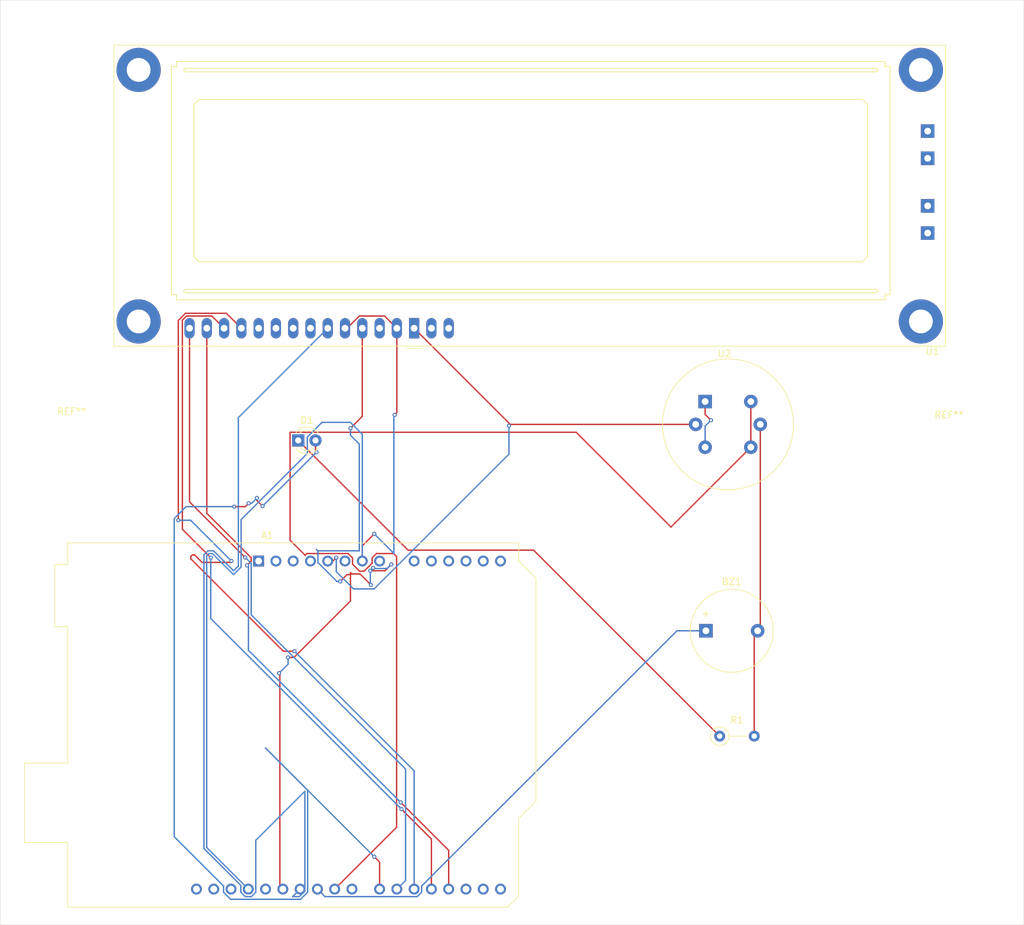
<source format=kicad_pcb>
(kicad_pcb (version 20240108) (generator "pcbnew") (generator_version "8.0")
  (layers (0 "F.Cu" signal) (31 "B.Cu" signal) (34 "B.Paste" user) (35 "F.Paste" user) (36 "B.SilkS" user "B.Silkscreen") (37 "F.SilkS" user "F.Silkscreen") (38 "B.Mask" user) (39 "F.Mask" user) (44 "Edge.Cuts" user))
  (net 0 "")
  (net 1 "Net-(U1-R{slash}~{W})")
  (net 4 "Net-(A1-D3)")
  (net 8 "Net-(A1-D11)")
  (net 9 "Net-(A1-D4)")
  (net 11 "+5V")
  (net 12 "Net-(A1-D7)")
  (net 13 "Net-(A1-D12)")
  (net 17 "Net-(A1-D10)")
  (net 18 "Net-(A1-D6)")
  (net 22 "Net-(A1-D5)")
  (net 23 "Net-(A1-D9)")
  (net 32 "Net-(BZ1--)")
  (net 33 "Net-(D1-K)")
  (net 45 "Net-(U2-B1)")
  (footprint "Module:Arduino_UNO_R3" (layer "F.Cu") (at 112 114.5)
    (property "Reference" "A1" (at 1.27 -3.81 0) (layer "F.SilkS"))
    (property "Value" "Arduino_UNO_R3")
    (fp_line (start -34.42 29.72) (end -34.42 41.4) (stroke (width 0.12)) (layer "F.SilkS"))
    (fp_line (start -34.42 41.4) (end -28.07 41.4) (stroke (width 0.12)) (layer "F.SilkS"))
    (fp_line (start -29.97 0.51) (end -29.97 9.65) (stroke (width 0.12)) (layer "F.SilkS"))
    (fp_line (start -29.97 9.65) (end -28.07 9.65) (stroke (width 0.12)) (layer "F.SilkS"))
    (fp_line (start -28.07 -2.67) (end -28.07 0.51) (stroke (width 0.12)) (layer "F.SilkS"))
    (fp_line (start -28.07 0.51) (end -29.97 0.51) (stroke (width 0.12)) (layer "F.SilkS"))
    (fp_line (start -28.07 9.65) (end -28.07 29.72) (stroke (width 0.12)) (layer "F.SilkS"))
    (fp_line (start -28.07 29.72) (end -34.42 29.72) (stroke (width 0.12)) (layer "F.SilkS"))
    (fp_line (start -28.07 41.4) (end -28.07 50.93) (stroke (width 0.12)) (layer "F.SilkS"))
    (fp_line (start -28.07 50.93) (end 36.58 50.93) (stroke (width 0.12)) (layer "F.SilkS"))
    (fp_line (start 36.58 50.93) (end 38.23 49.28) (stroke (width 0.12)) (layer "F.SilkS"))
    (fp_line (start 38.23 -2.67) (end -28.07 -2.67) (stroke (width 0.12)) (layer "F.SilkS"))
    (fp_line (start 38.23 0) (end 38.23 -2.67) (stroke (width 0.12)) (layer "F.SilkS"))
    (fp_line (start 38.23 37.85) (end 40.77 35.31) (stroke (width 0.12)) (layer "F.SilkS"))
    (fp_line (start 38.23 49.28) (end 38.23 37.85) (stroke (width 0.12)) (layer "F.SilkS"))
    (fp_line (start 40.77 2.54) (end 38.23 0) (stroke (width 0.12)) (layer "F.SilkS"))
    (fp_line (start 40.77 35.31) (end 40.77 2.54) (stroke (width 0.12)) (layer "F.SilkS"))
    (pad "1" thru_hole rect (at 0 0 90) (size 1.6 1.6) (drill 1) (layers "*.Cu" "*.Mask"))
    (pad "2" thru_hole oval (at 2.54 0 90) (size 1.6 1.6) (drill 1) (layers "*.Cu" "*.Mask"))
    (pad "3" thru_hole oval (at 5.08 0 90) (size 1.6 1.6) (drill 1) (layers "*.Cu" "*.Mask"))
    (pad "4" thru_hole oval (at 7.62 0 90) (size 1.6 1.6) (drill 1) (layers "*.Cu" "*.Mask"))
    (pad "5" thru_hole oval (at 10.16 0 90) (size 1.6 1.6) (drill 1) (layers "*.Cu" "*.Mask") (net 11 "+5V"))
    (pad "6" thru_hole oval (at 12.7 0 90) (size 1.6 1.6) (drill 1) (layers "*.Cu" "*.Mask"))
    (pad "7" thru_hole oval (at 15.24 0 90) (size 1.6 1.6) (drill 1) (layers "*.Cu" "*.Mask") (net 1 "Net-(U1-R{slash}~{W})"))
    (pad "8" thru_hole oval (at 17.78 0 90) (size 1.6 1.6) (drill 1) (layers "*.Cu" "*.Mask"))
    (pad "9" thru_hole oval (at 22.86 0 90) (size 1.6 1.6) (drill 1) (layers "*.Cu" "*.Mask"))
    (pad "10" thru_hole oval (at 25.4 0 90) (size 1.6 1.6) (drill 1) (layers "*.Cu" "*.Mask"))
    (pad "11" thru_hole oval (at 27.94 0 90) (size 1.6 1.6) (drill 1) (layers "*.Cu" "*.Mask"))
    (pad "12" thru_hole oval (at 30.48 0 90) (size 1.6 1.6) (drill 1) (layers "*.Cu" "*.Mask"))
    (pad "13" thru_hole oval (at 33.02 0 90) (size 1.6 1.6) (drill 1) (layers "*.Cu" "*.Mask"))
    (pad "14" thru_hole oval (at 35.56 0 90) (size 1.6 1.6) (drill 1) (layers "*.Cu" "*.Mask"))
    (pad "15" thru_hole oval (at 35.56 48.26 90) (size 1.6 1.6) (drill 1) (layers "*.Cu" "*.Mask"))
    (pad "16" thru_hole oval (at 33.02 48.26 90) (size 1.6 1.6) (drill 1) (layers "*.Cu" "*.Mask"))
    (pad "17" thru_hole oval (at 30.48 48.26 90) (size 1.6 1.6) (drill 1) (layers "*.Cu" "*.Mask"))
    (pad "18" thru_hole oval (at 27.94 48.26 90) (size 1.6 1.6) (drill 1) (layers "*.Cu" "*.Mask") (net 4 "Net-(A1-D3)"))
    (pad "19" thru_hole oval (at 25.4 48.26 90) (size 1.6 1.6) (drill 1) (layers "*.Cu" "*.Mask") (net 9 "Net-(A1-D4)"))
    (pad "20" thru_hole oval (at 22.86 48.26 90) (size 1.6 1.6) (drill 1) (layers "*.Cu" "*.Mask") (net 22 "Net-(A1-D5)"))
    (pad "21" thru_hole oval (at 20.32 48.26 90) (size 1.6 1.6) (drill 1) (layers "*.Cu" "*.Mask") (net 18 "Net-(A1-D6)"))
    (pad "22" thru_hole oval (at 17.78 48.26 90) (size 1.6 1.6) (drill 1) (layers "*.Cu" "*.Mask") (net 12 "Net-(A1-D7)"))
    (pad "23" thru_hole oval (at 13.72 48.26 90) (size 1.6 1.6) (drill 1) (layers "*.Cu" "*.Mask"))
    (pad "24" thru_hole oval (at 11.18 48.26 90) (size 1.6 1.6) (drill 1) (layers "*.Cu" "*.Mask") (net 23 "Net-(A1-D9)"))
    (pad "25" thru_hole oval (at 8.64 48.26 90) (size 1.6 1.6) (drill 1) (layers "*.Cu" "*.Mask") (net 17 "Net-(A1-D10)"))
    (pad "26" thru_hole oval (at 6.1 48.26 90) (size 1.6 1.6) (drill 1) (layers "*.Cu" "*.Mask") (net 8 "Net-(A1-D11)"))
    (pad "27" thru_hole oval (at 3.56 48.26 90) (size 1.6 1.6) (drill 1) (layers "*.Cu" "*.Mask") (net 13 "Net-(A1-D12)"))
    (pad "28" thru_hole oval (at 1.02 48.26 90) (size 1.6 1.6) (drill 1) (layers "*.Cu" "*.Mask"))
    (pad "29" thru_hole oval (at -1.52 48.26 90) (size 1.6 1.6) (drill 1) (layers "*.Cu" "*.Mask") (net 1 "Net-(U1-R{slash}~{W})"))
    (pad "30" thru_hole oval (at -4.06 48.26 90) (size 1.6 1.6) (drill 1) (layers "*.Cu" "*.Mask"))
    (pad "31" thru_hole oval (at -6.6 48.26 90) (size 1.6 1.6) (drill 1) (layers "*.Cu" "*.Mask"))
    (pad "32" thru_hole oval (at -9.14 48.26 90) (size 1.6 1.6) (drill 1) (layers "*.Cu" "*.Mask"))
  )
  (footprint "Resistor_THT:R_Axial_DIN0207_L6.3mm_D2.5mm_P5.08mm_Vertical" (layer "F.Cu") (at 179.78 140.26)
    (property "Reference" "R1" (at 2.54 -2.37 0) (layer "F.SilkS"))
    (property "Value" "R")
    (fp_line (start 1.37 0) (end 3.98 0) (stroke (width 0.12)) (layer "F.SilkS"))
    (fp_circle (center 0 0) (end 1.37 0) (stroke (width 0.12)) (fill none) (layer "F.SilkS"))
    (pad "1" thru_hole circle (at 0 0) (size 1.6 1.6) (drill 0.8) (layers "*.Cu" "*.Mask") (net 33 "Net-(D1-K)"))
    (pad "2" thru_hole oval (at 5.08 0) (size 1.6 1.6) (drill 0.8) (layers "*.Cu" "*.Mask") (net 32 "Net-(BZ1--)"))
  )
  (footprint "Display:LCD-016N002L" (layer "F.Cu") (at 134.86 80.26 180)
    (property "Reference" "U1" (at -76.21 -3.41 0) (layer "F.SilkS"))
    (property "Value" "LCD-016N002L")
    (fp_line (start 44.14 -2.64) (end 44.14 41.64) (stroke (width 0.12)) (layer "F.SilkS"))
    (fp_line (start 44.14 -2.64) (end -78.14 -2.64) (stroke (width 0.12)) (layer "F.SilkS"))
    (fp_line (start 35.687 38.481) (end 35.687 4.953) (stroke (width 0.15)) (layer "F.SilkS"))
    (fp_line (start 35.687 38.481) (end 34.925 38.481) (stroke (width 0.15)) (layer "F.SilkS"))
    (fp_line (start 34.925 38.481) (end 34.925 39.243) (stroke (width 0.15)) (layer "F.SilkS"))
    (fp_line (start 34.925 4.953) (end 35.687 4.953) (stroke (width 0.15)) (layer "F.SilkS"))
    (fp_line (start 34.925 4.191) (end 34.925 4.953) (stroke (width 0.15)) (layer "F.SilkS"))
    (fp_line (start 34.925 4.191) (end -69.215 4.191) (stroke (width 0.15)) (layer "F.SilkS"))
    (fp_line (start 33.909 37.973) (end 33.655 37.719) (stroke (width 0.15)) (layer "F.SilkS"))
    (fp_line (start 33.909 5.461) (end 33.655 5.715) (stroke (width 0.15)) (layer "F.SilkS"))
    (fp_line (start 33.655 38.227) (end 33.909 37.973) (stroke (width 0.15)) (layer "F.SilkS"))
    (fp_line (start 33.655 37.719) (end -67.945 37.719) (stroke (width 0.15)) (layer "F.SilkS"))
    (fp_line (start 33.655 5.207) (end 33.909 5.461) (stroke (width 0.15)) (layer "F.SilkS"))
    (fp_line (start 33.655 5.207) (end -67.945 5.207) (stroke (width 0.15)) (layer "F.SilkS"))
    (fp_line (start 32.385 32.893) (end 31.623 33.655) (stroke (width 0.15)) (layer "F.SilkS"))
    (fp_line (start 32.385 10.541) (end 32.385 32.893) (stroke (width 0.15)) (layer "F.SilkS"))
    (fp_line (start 31.623 33.655) (end -65.913 33.655) (stroke (width 0.15)) (layer "F.SilkS"))
    (fp_line (start 31.623 9.779) (end 32.385 10.541) (stroke (width 0.15)) (layer "F.SilkS"))
    (fp_line (start -1 -3) (end 1 -3) (stroke (width 0.12)) (layer "F.SilkS"))
    (fp_line (start -65.913 33.655) (end -66.675 32.893) (stroke (width 0.15)) (layer "F.SilkS"))
    (fp_line (start -65.913 9.779) (end 31.623 9.779) (stroke (width 0.15)) (layer "F.SilkS"))
    (fp_line (start -66.675 32.893) (end -66.675 10.541) (stroke (width 0.15)) (layer "F.SilkS"))
    (fp_line (start -66.675 10.541) (end -65.913 9.779) (stroke (width 0.15)) (layer "F.SilkS"))
    (fp_line (start -67.945 38.227) (end 33.655 38.227) (stroke (width 0.15)) (layer "F.SilkS"))
    (fp_line (start -67.945 37.719) (end -68.199 37.973) (stroke (width 0.15)) (layer "F.SilkS"))
    (fp_line (start -67.945 5.715) (end 33.655 5.715) (stroke (width 0.15)) (layer "F.SilkS"))
    (fp_line (start -67.945 5.207) (end -68.199 5.461) (stroke (width 0.15)) (layer "F.SilkS"))
    (fp_line (start -68.199 37.973) (end -67.945 38.227) (stroke (width 0.15)) (layer "F.SilkS"))
    (fp_line (start -68.199 5.461) (end -67.945 5.715) (stroke (width 0.15)) (layer "F.SilkS"))
    (fp_line (start -69.215 39.243) (end 34.925 39.243) (stroke (width 0.15)) (layer "F.SilkS"))
    (fp_line (start -69.215 39.243) (end -69.215 38.481) (stroke (width 0.15)) (layer "F.SilkS"))
    (fp_line (start -69.215 38.481) (end -69.977 38.481) (stroke (width 0.15)) (layer "F.SilkS"))
    (fp_line (start -69.215 4.953) (end -69.977 4.953) (stroke (width 0.15)) (layer "F.SilkS"))
    (fp_line (start -69.215 4.191) (end -69.215 4.953) (stroke (width 0.15)) (layer "F.SilkS"))
    (fp_line (start -69.977 4.953) (end -69.977 38.481) (stroke (width 0.15)) (layer "F.SilkS"))
    (fp_line (start -78.14 41.64) (end 44.14 41.64) (stroke (width 0.12)) (layer "F.SilkS"))
    (fp_line (start -78.14 -2.64) (end -78.14 41.64) (stroke (width 0.12)) (layer "F.SilkS"))
    (pad "" thru_hole circle (at -74.5 1) (size 6.5 6.5) (drill 3.5) (layers "*.Cu" "*.Mask"))
    (pad "" thru_hole circle (at -74.5 38) (size 6.5 6.5) (drill 3.5) (layers "*.Cu" "*.Mask"))
    (pad "" thru_hole circle (at 40.5 1) (size 6.5 6.5) (drill 3.5) (layers "*.Cu" "*.Mask"))
    (pad "" thru_hole circle (at 40.5 38) (size 6.5 6.5) (drill 3.5) (layers "*.Cu" "*.Mask"))
    (pad "1" thru_hole rect (at 0 0) (size 1.5 3) (drill 1) (layers "*.Cu" "*.Mask") (net 11 "+5V"))
    (pad "2" thru_hole oval (at 2.54 0) (size 1.5 3) (drill 1) (layers "*.Cu" "*.Mask") (net 1 "Net-(U1-R{slash}~{W})"))
    (pad "3" thru_hole oval (at 5.08 0) (size 1.5 3) (drill 1) (layers "*.Cu" "*.Mask"))
    (pad "4" thru_hole oval (at 7.62 0) (size 1.5 3) (drill 1) (layers "*.Cu" "*.Mask") (net 13 "Net-(A1-D12)"))
    (pad "5" thru_hole oval (at 10.16 0) (size 1.5 3) (drill 1) (layers "*.Cu" "*.Mask") (net 1 "Net-(U1-R{slash}~{W})"))
    (pad "6" thru_hole oval (at 12.7 0) (size 1.5 3) (drill 1) (layers "*.Cu" "*.Mask") (net 8 "Net-(A1-D11)"))
    (pad "7" thru_hole oval (at 15.24 0) (size 1.5 3) (drill 1) (layers "*.Cu" "*.Mask"))
    (pad "8" thru_hole oval (at 17.78 0) (size 1.5 3) (drill 1) (layers "*.Cu" "*.Mask"))
    (pad "9" thru_hole oval (at 20.32 0) (size 1.5 3) (drill 1) (layers "*.Cu" "*.Mask"))
    (pad "10" thru_hole oval (at 22.86 0) (size 1.5 3) (drill 1) (layers "*.Cu" "*.Mask"))
    (pad "11" thru_hole oval (at 25.4 0) (size 1.5 3) (drill 1) (layers "*.Cu" "*.Mask") (net 22 "Net-(A1-D5)"))
    (pad "12" thru_hole oval (at 27.94 0) (size 1.5 3) (drill 1) (layers "*.Cu" "*.Mask") (net 9 "Net-(A1-D4)"))
    (pad "13" thru_hole oval (at 30.48 0) (size 1.5 3) (drill 1) (layers "*.Cu" "*.Mask") (net 4 "Net-(A1-D3)"))
    (pad "14" thru_hole oval (at 33.02 0) (size 1.5 3) (drill 1) (layers "*.Cu" "*.Mask") (net 18 "Net-(A1-D6)"))
    (pad "15" thru_hole oval (at -2.54 0) (size 1.5 3) (drill 1) (layers "*.Cu" "*.Mask"))
    (pad "16" thru_hole oval (at -5.08 0) (size 1.5 3) (drill 1) (layers "*.Cu" "*.Mask"))
    (pad "A1" thru_hole rect (at -75.5 14) (size 2 2) (drill 1) (layers "*.Cu" "*.Mask"))
    (pad "A2" thru_hole rect (at -75.5 25) (size 2 2) (drill 1) (layers "*.Cu" "*.Mask"))
    (pad "K1" thru_hole rect (at -75.5 18) (size 2 2) (drill 1) (layers "*.Cu" "*.Mask"))
    (pad "K2" thru_hole rect (at -75.5 29) (size 2 2) (drill 1) (layers "*.Cu" "*.Mask"))
  )
  (footprint "Sensor:MQ-6" (layer "F.Cu") (at 177.64 91.04)
    (property "Reference" "U2" (at 2.86 -7.04 0) (layer "F.SilkS"))
    (property "Value" "MQ-6")
    (fp_circle (center 3.36 3.36) (end 12.985 3.36) (stroke (width 0.12)) (fill none) (layer "F.SilkS"))
    (pad "1" thru_hole rect (at 0 0) (size 2 2) (drill 1) (layers "*.Cu" "*.Mask") (net 45 "Net-(U2-B1)"))
    (pad "2" thru_hole circle (at -1.39 3.36) (size 2 2) (drill 1) (layers "*.Cu" "*.Mask") (net 11 "+5V"))
    (pad "3" thru_hole circle (at 0 6.72 90) (size 2 2) (drill 1) (layers "*.Cu" "*.Mask") (net 45 "Net-(U2-B1)"))
    (pad "4" thru_hole circle (at 6.72 6.72 180) (size 2 2) (drill 1) (layers "*.Cu" "*.Mask") (net 23 "Net-(A1-D9)"))
    (pad "5" thru_hole circle (at 8.11 3.36) (size 2 2) (drill 1) (layers "*.Cu" "*.Mask") (net 32 "Net-(BZ1--)"))
    (pad "6" thru_hole circle (at 6.72 0 270) (size 2 2) (drill 1) (layers "*.Cu" "*.Mask") (net 23 "Net-(A1-D9)"))
  )
  (footprint "MountingHole:MountingHole_6.5mm" (layer "F.Cu") (at 213.5 100.5)
    (property "Reference" "REF**" (at 0 -7.5 0) (layer "F.SilkS"))
    (property "Value" "MountingHole_6.5mm")
    (pad "" np_thru_hole circle (at 0 0) (size 6.5 6.5) (drill 6.5) (layers "*.Cu" "*.Mask"))
  )
  (footprint "MountingHole:MountingHole_6.5mm" (layer "F.Cu") (at 84.5 100)
    (property "Reference" "REF**" (at 0 -7.5 0) (layer "F.SilkS"))
    (property "Value" "MountingHole_6.5mm")
    (pad "" np_thru_hole circle (at 0 0) (size 6.5 6.5) (drill 6.5) (layers "*.Cu" "*.Mask"))
  )
  (footprint "Buzzer_Beeper:Buzzer_12x9.5RM7.6" (layer "F.Cu") (at 177.76 124.76)
    (property "Reference" "BZ1" (at 3.8 -7.2 0) (layer "F.SilkS"))
    (property "Value" "Buzzer")
    (fp_circle (center 3.8 0) (end 9.9 0) (stroke (width 0.12)) (fill none) (layer "F.SilkS"))
    (fp_text user "+" (at -0.01 -2.54 0) (layer "F.SilkS"))
    (pad "1" thru_hole rect (at 0 0) (size 2 2) (drill 1) (layers "*.Cu" "*.Mask") (net 17 "Net-(A1-D10)"))
    (pad "2" thru_hole circle (at 7.6 0) (size 2 2) (drill 1) (layers "*.Cu" "*.Mask") (net 32 "Net-(BZ1--)"))
  )
  (footprint "LED_THT:LED_D3.0mm" (layer "F.Cu") (at 117.82 96.76)
    (property "Reference" "D1" (at 1.27 -2.96 0) (layer "F.SilkS"))
    (property "Value" "LED")
    (fp_line (start -0.29 -1.236) (end -0.29 -1.08) (stroke (width 0.12)) (layer "F.SilkS"))
    (fp_line (start -0.29 1.08) (end -0.29 1.236) (stroke (width 0.12)) (layer "F.SilkS"))
    (fp_arc (start -0.29 -1.235516) (mid 1.365624 -1.987701) (end 2.941397 -1.080061) (stroke (width 0.12)) (layer "F.SilkS"))
    (fp_arc (start 0.229039 -1.08) (mid 1.269965 -1.5) (end 2.31091 -1.080049) (stroke (width 0.12)) (layer "F.SilkS"))
    (fp_arc (start 2.31091 1.080049) (mid 1.269965 1.5) (end 0.229039 1.08) (stroke (width 0.12)) (layer "F.SilkS"))
    (fp_arc (start 2.941397 1.080061) (mid 1.365624 1.987701) (end -0.29 1.235516) (stroke (width 0.12)) (layer "F.SilkS"))
    (pad "1" thru_hole rect (at 0 0) (size 1.8 1.8) (drill 0.9) (layers "*.Cu" "*.Mask") (net 33 "Net-(D1-K)"))
    (pad "2" thru_hole circle (at 2.54 0) (size 1.8 1.8) (drill 0.9) (layers "*.Cu" "*.Mask") (net 12 "Net-(A1-D7)"))
  )
  (gr_rect (start 74 32) (end 224.5 168) (stroke (width 0.05)) (fill none) (layer "Edge.Cuts"))
  (segment (start 130.52 78.46) (end 132.32 80.26) (width 0.2) (layer "F.Cu") (net 1))
  (segment (start 132.32 92.68) (end 132 93) (width 0.2) (layer "F.Cu") (net 1))
  (segment (start 127.24 114.5) (end 127.24 112.26) (width 0.2) (layer "F.Cu") (net 1))
  (segment (start 124.7 80.26) (end 124.7 80.565076) (width 0.2) (layer "F.Cu") (net 1))
  (segment (start 127.24 114.5) (end 127.24 113.66) (width 0.2) (layer "F.Cu") (net 1))
  (segment (start 126.805076 78.46) (end 130.52 78.46) (width 0.2) (layer "F.Cu") (net 1))
  (segment (start 132.32 80.26) (end 132.32 92.68) (width 0.2) (layer "F.Cu") (net 1))
  (segment (start 127.24 112.26) (end 129 110.5) (width 0.2) (layer "F.Cu") (net 1))
  (segment (start 127.24 114.5) (end 127.658679 114.5) (width 0.2) (layer "F.Cu") (net 1))
  (segment (start 124.7 80.565076) (end 126.805076 78.46) (width 0.2) (layer "F.Cu") (net 1))
  (via (at 132 93) (size 0.6) (drill 0.3) (layers "F.Cu" "B.Cu") (net 1))
  (via (at 129 110.5) (size 0.6) (drill 0.3) (layers "F.Cu" "B.Cu") (net 1))
  (segment (start 125.488529 94.1) (end 127.24 95.851471) (width 0.2) (layer "B.Cu") (net 1))
  (segment (start 109.42 108.402943) (end 119.16 98.662943) (width 0.2) (layer "B.Cu") (net 1))
  (segment (start 121.322943 94.1) (end 125.488529 94.1) (width 0.2) (layer "B.Cu") (net 1))
  (segment (start 131.88 113.38) (end 131.88 93.12) (width 0.2) (layer "B.Cu") (net 1))
  (segment (start 104.711471 113.4) (end 105.208529 113.4) (width 0.2) (layer "B.Cu") (net 1))
  (segment (start 110.48 162.76) (end 104.36 156.64) (width 0.2) (layer "B.Cu") (net 1))
  (segment (start 104.36 113.751471) (end 104.711471 113.4) (width 0.2) (layer "B.Cu") (net 1))
  (segment (start 127.24 95.851471) (end 127.24 114.5) (width 0.2) (layer "B.Cu") (net 1))
  (segment (start 131.88 93.12) (end 132 93) (width 0.2) (layer "B.Cu") (net 1))
  (segment (start 129 110.5) (end 131.88 113.38) (width 0.2) (layer "B.Cu") (net 1))
  (segment (start 119.16 98.662943) (end 119.16 96.262943) (width 0.2) (layer "B.Cu") (net 1))
  (segment (start 104.36 156.64) (end 104.36 113.751471) (width 0.2) (layer "B.Cu") (net 1))
  (segment (start 109.42 115.388529) (end 109.42 108.402943) (width 0.2) (layer "B.Cu") (net 1))
  (segment (start 105.208529 113.4) (end 108.308529 116.5) (width 0.2) (layer "B.Cu") (net 1))
  (segment (start 119.16 96.262943) (end 121.322943 94.1) (width 0.2) (layer "B.Cu") (net 1))
  (segment (start 108.308529 116.5) (end 109.42 115.388529) (width 0.2) (layer "B.Cu") (net 1))
  (segment (start 104.38 107.491471) (end 110.9 114.011471) (width 0.2) (layer "F.Cu") (net 4))
  (segment (start 110.9 114.541422) (end 110.3 115.141422) (width 0.2) (layer "F.Cu") (net 4))
  (segment (start 139.94 157.06) (end 132.88 150) (width 0.2) (layer "F.Cu") (net 4))
  (segment (start 139.94 162.76) (end 139.94 157.06) (width 0.2) (layer "F.Cu") (net 4))
  (segment (start 110.9 114.011471) (end 110.9 114.541422) (width 0.2) (layer "F.Cu") (net 4))
  (segment (start 104.38 80.26) (end 104.38 107.491471) (width 0.2) (layer "F.Cu") (net 4))
  (via (at 132.88 150) (size 0.6) (drill 0.3) (layers "F.Cu" "B.Cu") (net 4))
  (via (at 110.3 115.141422) (size 0.6) (drill 0.3) (layers "F.Cu" "B.Cu") (net 4))
  (segment (start 110.5 127.62) (end 110.5 115) (width 0.2) (layer "B.Cu") (net 4))
  (segment (start 110.5 115) (end 110.441422 115) (width 0.2) (layer "B.Cu") (net 4))
  (segment (start 110.441422 115) (end 110.3 115.141422) (width 0.2) (layer "B.Cu") (net 4))
  (segment (start 132.88 150) (end 110.5 127.62) (width 0.2) (layer "B.Cu") (net 4))
  (segment (start 111.58 163.215635) (end 110.935635 163.86) (width 0.2) (layer "B.Cu") (net 8))
  (segment (start 103.96 156.805686) (end 103.96 113.585785) (width 0.2) (layer "B.Cu") (net 8))
  (segment (start 105.374215 113) (end 108.308529 115.934314) (width 0.2) (layer "B.Cu") (net 8))
  (segment (start 117.989949 163.86) (end 118.8 163.049949) (width 0.2) (layer "B.Cu") (net 8))
  (segment (start 109.02 93.4) (end 122.16 80.26) (width 0.2) (layer "B.Cu") (net 8))
  (segment (start 104.545785 113) (end 105.374215 113) (width 0.2) (layer "B.Cu") (net 8))
  (segment (start 103.96 113.585785) (end 104.545785 113) (width 0.2) (layer "B.Cu") (net 8))
  (segment (start 118.8 148.365686) (end 111.58 155.585686) (width 0.2) (layer "B.Cu") (net 8))
  (segment (start 111.58 155.585686) (end 111.58 163.215635) (width 0.2) (layer "B.Cu") (net 8))
  (segment (start 118.1 162.76) (end 117 163.86) (width 0.2) (layer "B.Cu") (net 8))
  (segment (start 109.02 115.222843) (end 109.02 93.4) (width 0.2) (layer "B.Cu") (net 8))
  (segment (start 110.024365 163.86) (end 109.38 163.215635) (width 0.2) (layer "B.Cu") (net 8))
  (segment (start 109.38 162.225686) (end 103.96 156.805686) (width 0.2) (layer "B.Cu") (net 8))
  (segment (start 117 163.86) (end 117.989949 163.86) (width 0.2) (layer "B.Cu") (net 8))
  (segment (start 108.308529 115.934314) (end 109.02 115.222843) (width 0.2) (layer "B.Cu") (net 8))
  (segment (start 110.935635 163.86) (end 110.024365 163.86) (width 0.2) (layer "B.Cu") (net 8))
  (segment (start 109.38 163.215635) (end 109.38 162.225686) (width 0.2) (layer "B.Cu") (net 8))
  (segment (start 118.8 163.049949) (end 118.8 148.365686) (width 0.2) (layer "B.Cu") (net 8))
  (segment (start 105.12 78.46) (end 101.405076 78.46) (width 0.2) (layer "F.Cu") (net 9))
  (segment (start 100.79 109.83) (end 104.96 114) (width 0.2) (layer "F.Cu") (net 9))
  (segment (start 137.4 162.76) (end 137.4 155.4) (width 0.2) (layer "F.Cu") (net 9))
  (segment (start 100.79 79.075076) (end 100.79 109.83) (width 0.2) (layer "F.Cu") (net 9))
  (segment (start 101.405076 78.46) (end 100.79 79.075076) (width 0.2) (layer "F.Cu") (net 9))
  (segment (start 106.92 80.26) (end 105.12 78.46) (width 0.2) (layer "F.Cu") (net 9))
  (segment (start 137.4 155.4) (end 133 151) (width 0.2) (layer "F.Cu") (net 9))
  (via (at 104.96 114) (size 0.6) (drill 0.3) (layers "F.Cu" "B.Cu") (net 9))
  (via (at 133 151) (size 0.6) (drill 0.3) (layers "F.Cu" "B.Cu") (net 9))
  (segment (start 133 151) (end 104.96 122.96) (width 0.2) (layer "B.Cu") (net 9))
  (segment (start 104.96 122.96) (end 104.96 114) (width 0.2) (layer "B.Cu") (net 9))
  (segment (start 122.911473 114.5) (end 123.411473 114) (width 0.2) (layer "F.Cu") (net 11))
  (segment (start 134.86 80.26) (end 149 94.4) (width 0.2) (layer "F.Cu") (net 11))
  (segment (start 149 94.4) (end 176.25 94.4) (width 0.2) (layer "F.Cu") (net 11))
  (segment (start 122.16 114.5) (end 122.911473 114.5) (width 0.2) (layer "F.Cu") (net 11))
  (via (at 123.411473 114) (size 0.6) (drill 0.3) (layers "F.Cu" "B.Cu") (net 11))
  (via (at 148.8 94.591422) (size 0.6) (drill 0.3) (layers "F.Cu" "B.Cu") (net 11))
  (segment (start 128.977056 118.6) (end 148.8 98.777056) (width 0.2) (layer "B.Cu") (net 11))
  (segment (start 123.411473 114) (end 123.411473 116.062944) (width 0.2) (layer "B.Cu") (net 11))
  (segment (start 148.8 98.777056) (end 148.8 94.591422) (width 0.2) (layer "B.Cu") (net 11))
  (segment (start 123.411473 116.062944) (end 125.948529 118.6) (width 0.2) (layer "B.Cu") (net 11))
  (segment (start 125.948529 118.6) (end 128.977056 118.6) (width 0.2) (layer "B.Cu") (net 11))
  (segment (start 110.04 106.5) (end 110.54 106) (width 0.2) (layer "F.Cu") (net 12))
  (segment (start 120.36 96.76) (end 120.36 98.36) (width 0.2) (layer "F.Cu") (net 12))
  (segment (start 108.42 106.5) (end 110.04 106.5) (width 0.2) (layer "F.Cu") (net 12))
  (segment (start 111.74 105.58) (end 112.58 106.42) (width 0.2) (layer "F.Cu") (net 12))
  (segment (start 129.78 162.76) (end 129.78 158.78) (width 0.2) (layer "F.Cu") (net 12))
  (segment (start 120.36 98.36) (end 120.5 98.5) (width 0.2) (layer "F.Cu") (net 12))
  (segment (start 129.78 158.78) (end 129 158) (width 0.2) (layer "F.Cu") (net 12))
  (segment (start 111.74 105.234416) (end 111.74 105.58) (width 0.2) (layer "F.Cu") (net 12))
  (via (at 112.58 106.42) (size 0.6) (drill 0.3) (layers "F.Cu" "B.Cu") (net 12))
  (via (at 110.54 106) (size 0.6) (drill 0.3) (layers "F.Cu" "B.Cu") (net 12))
  (via (at 108.42 106.5) (size 0.6) (drill 0.3) (layers "F.Cu" "B.Cu") (net 12))
  (via (at 120.5 98.5) (size 0.6) (drill 0.3) (layers "F.Cu" "B.Cu") (net 12))
  (via (at 129 158) (size 0.6) (drill 0.3) (layers "F.Cu" "B.Cu") (net 12))
  (via (at 111.74 105.234416) (size 0.6) (drill 0.3) (layers "F.Cu" "B.Cu") (net 12))
  (segment (start 119.2 163.215635) (end 118.155635 164.26) (width 0.2) (layer "B.Cu") (net 12))
  (segment (start 106.84 163.215635) (end 106.84 162.304365) (width 0.2) (layer "B.Cu") (net 12))
  (segment (start 99.59 155.054365) (end 99.59 108.251471) (width 0.2) (layer "B.Cu") (net 12))
  (segment (start 110.54 106) (end 110.974416 106) (width 0.2) (layer "B.Cu") (net 12))
  (segment (start 106.84 162.304365) (end 99.59 155.054365) (width 0.2) (layer "B.Cu") (net 12))
  (segment (start 113 142) (end 119.2 148.2) (width 0.2) (layer "B.Cu") (net 12))
  (segment (start 120.5 98.5) (end 112.58 106.42) (width 0.2) (layer "B.Cu") (net 12))
  (segment (start 107.884365 164.26) (end 106.84 163.215635) (width 0.2) (layer "B.Cu") (net 12))
  (segment (start 119.2 148.2) (end 119.2 163.215635) (width 0.2) (layer "B.Cu") (net 12))
  (segment (start 99.59 108.251471) (end 101.341471 106.5) (width 0.2) (layer "B.Cu") (net 12))
  (segment (start 118.155635 164.26) (end 107.884365 164.26) (width 0.2) (layer "B.Cu") (net 12))
  (segment (start 110.974416 106) (end 111.74 105.234416) (width 0.2) (layer "B.Cu") (net 12))
  (segment (start 129 158) (end 113 142) (width 0.2) (layer "B.Cu") (net 12))
  (segment (start 101.341471 106.5) (end 108.42 106.5) (width 0.2) (layer "B.Cu") (net 12))
  (segment (start 115 130.88) (end 115 131) (width 0.2) (layer "F.Cu") (net 13))
  (segment (start 126.9 116.4) (end 128.5 118) (width 0.2) (layer "F.Cu") (net 13))
  (segment (start 130.57154 115.92846) (end 131.5 115) (width 0.2) (layer "F.Cu") (net 13))
  (segment (start 125.7 116.4) (end 126.9 116.4) (width 0.2) (layer "F.Cu") (net 13))
  (segment (start 128.42007 115.92846) (end 130.57154 115.92846) (width 0.2) (layer "F.Cu") (net 13))
  (segment (start 116.325735 128.674265) (end 117.205734 128.674265) (width 0.2) (layer "F.Cu") (net 13))
  (segment (start 125 116.5) (end 125.5 116.5) (width 0.2) (layer "F.Cu") (net 13))
  (segment (start 115.12 130.76) (end 115 130.88) (width 0.2) (layer "F.Cu") (net 13))
  (segment (start 125.5 116.2) (end 125.7 116.4) (width 0.2) (layer "F.Cu") (net 13))
  (segment (start 117.205734 128.674265) (end 125.5 120.379999) (width 0.2) (layer "F.Cu") (net 13))
  (segment (start 127.24 80.26) (end 127.24 93.22) (width 0.2) (layer "F.Cu") (net 13))
  (segment (start 125.5 120.379999) (end 125.5 116.5) (width 0.2) (layer "F.Cu") (net 13))
  (segment (start 125.5 116.5) (end 125.5 116.2) (width 0.2) (layer "F.Cu") (net 13))
  (segment (start 124 117.5) (end 125 116.5) (width 0.2) (layer "F.Cu") (net 13))
  (segment (start 115.12 162.26) (end 115.12 130.76) (width 0.2) (layer "F.Cu") (net 13))
  (segment (start 127.24 93.22) (end 125.5 94.96) (width 0.2) (layer "F.Cu") (net 13))
  (via (at 116.325735 128.674265) (size 0.6) (drill 0.3) (layers "F.Cu" "B.Cu") (net 13))
  (via (at 128.42007 115.92846) (size 0.6) (drill 0.3) (layers "F.Cu" "B.Cu") (net 13))
  (via (at 128.834103 115.514426) (size 0.6) (drill 0.3) (layers "F.Cu" "B.Cu") (net 13))
  (via (at 131.5 115) (size 0.6) (drill 0.3) (layers "F.Cu" "B.Cu") (net 13))
  (via (at 125.5 94.96) (size 0.6) (drill 0.3) (layers "F.Cu" "B.Cu") (net 13))
  (via (at 124 117.5) (size 0.6) (drill 0.3) (layers "F.Cu" "B.Cu") (net 13))
  (via (at 115 131) (size 0.6) (drill 0.3) (layers "F.Cu" "B.Cu") (net 13))
  (via (at 128.5 118) (size 0.6) (drill 0.3) (layers "F.Cu" "B.Cu") (net 13))
  (segment (start 116.325735 129.674265) (end 116.325735 128.674265) (width 0.2) (layer "B.Cu") (net 13))
  (segment (start 115 131) (end 116.325735 129.674265) (width 0.2) (layer "B.Cu") (net 13))
  (segment (start 130.9 115.6) (end 128.919677 115.6) (width 0.2) (layer "B.Cu") (net 13))
  (segment (start 126.8 113) (end 120.7 113) (width 0.2) (layer "B.Cu") (net 13))
  (segment (start 123.5 117.5) (end 124 117.5) (width 0.2) (layer "B.Cu") (net 13))
  (segment (start 128.919677 115.6) (end 128.834103 115.514426) (width 0.2) (layer "B.Cu") (net 13))
  (segment (start 120.5 112.8) (end 120.72 113.02) (width 0.2) (layer "B.Cu") (net 13))
  (segment (start 128.5 118) (end 128.42007 117.92007) (width 0.2) (layer "B.Cu") (net 13))
  (segment (start 128.42007 117.92007) (end 128.42007 115.92846) (width 0.2) (layer "B.Cu") (net 13))
  (segment (start 125.5 96) (end 126.8 97.3) (width 0.2) (layer "B.Cu") (net 13))
  (segment (start 120.72 113.02) (end 120.72 114.72) (width 0.2) (layer "B.Cu") (net 13))
  (segment (start 120.72 114.72) (end 123.5 117.5) (width 0.2) (layer "B.Cu") (net 13))
  (segment (start 125.5 94.96) (end 125.5 96) (width 0.2) (layer "B.Cu") (net 13))
  (segment (start 120.7 113) (end 120.5 112.8) (width 0.2) (layer "B.Cu") (net 13))
  (segment (start 126.8 97.3) (end 126.8 113) (width 0.2) (layer "B.Cu") (net 13))
  (segment (start 131.5 115) (end 130.9 115.6) (width 0.2) (layer "B.Cu") (net 13))
  (segment (start 121.3 163.36) (end 120.2 162.26) (width 0.2) (layer "F.Cu") (net 17))
  (segment (start 135.315635 163.86) (end 135.96 163.215635) (width 0.2) (layer "B.Cu") (net 17))
  (segment (start 121.74 163.86) (end 135.315635 163.86) (width 0.2) (layer "B.Cu") (net 17))
  (segment (start 120.64 162.76) (end 121.74 163.86) (width 0.2) (layer "B.Cu") (net 17))
  (segment (start 173.504365 124.76) (end 177.76 124.76) (width 0.2) (layer "B.Cu") (net 17))
  (segment (start 135.96 162.304365) (end 173.504365 124.76) (width 0.2) (layer "B.Cu") (net 17))
  (segment (start 135.96 163.215635) (end 135.96 162.304365) (width 0.2) (layer "B.Cu") (net 17))
  (segment (start 110.02 113.98) (end 110.04 114) (width 0.2) (layer "F.Cu") (net 18))
  (segment (start 101.84 105.8) (end 110.02 113.98) (width 0.2) (layer "F.Cu") (net 18))
  (segment (start 101.84 80.26) (end 101.84 105.8) (width 0.2) (layer "F.Cu") (net 18))
  (via (at 110.02 113.98) (size 0.6) (drill 0.3) (layers "F.Cu" "B.Cu") (net 18))
  (segment (start 132.32 162.76) (end 133.6 161.48) (width 0.2) (layer "B.Cu") (net 18))
  (segment (start 110.9 122.4) (end 110.9 114.834315) (width 0.2) (layer "B.Cu") (net 18))
  (segment (start 110.045685 113.98) (end 110.02 113.98) (width 0.2) (layer "B.Cu") (net 18))
  (segment (start 133.6 161.48) (end 133.6 145.1) (width 0.2) (layer "B.Cu") (net 18))
  (segment (start 110.9 114.834315) (end 110.045685 113.98) (width 0.2) (layer "B.Cu") (net 18))
  (segment (start 133.6 145.1) (end 110.9 122.4) (width 0.2) (layer "B.Cu") (net 18))
  (segment (start 102.02 114.165686) (end 115.620049 127.765735) (width 0.2) (layer "F.Cu") (net 22))
  (segment (start 107.8 114.7) (end 103.685686 114.7) (width 0.2) (layer "F.Cu") (net 22))
  (segment (start 109.46 80.26) (end 107.26 78.06) (width 0.2) (layer "F.Cu") (net 22))
  (segment (start 102.254314 113.6) (end 102.02 113.834314) (width 0.2) (layer "F.Cu") (net 22))
  (segment (start 101.23939 78.06) (end 100.19 79.10939) (width 0.2) (layer "F.Cu") (net 22))
  (segment (start 102.585686 113.6) (end 102.254314 113.6) (width 0.2) (layer "F.Cu") (net 22))
  (segment (start 100.19 79.10939) (end 100.19 108.5) (width 0.2) (layer "F.Cu") (net 22))
  (segment (start 103.685686 114.7) (end 102.585686 113.6) (width 0.2) (layer "F.Cu") (net 22))
  (segment (start 102.02 113.834314) (end 102.02 114.165686) (width 0.2) (layer "F.Cu") (net 22))
  (segment (start 107.26 78.06) (end 101.23939 78.06) (width 0.2) (layer "F.Cu") (net 22))
  (segment (start 108 114.5) (end 107.8 114.7) (width 0.2) (layer "F.Cu") (net 22))
  (segment (start 115.620049 127.765735) (end 117.265735 127.765735) (width 0.2) (layer "F.Cu") (net 22))
  (via (at 117.265735 127.765735) (size 0.6) (drill 0.3) (layers "F.Cu" "B.Cu") (net 22))
  (via (at 108 114.5) (size 0.6) (drill 0.3) (layers "F.Cu" "B.Cu") (net 22))
  (via (at 100.19 108.5) (size 0.6) (drill 0.3) (layers "F.Cu" "B.Cu") (net 22))
  (segment (start 107.5 114) (end 108 114.5) (width 0.2) (layer "B.Cu") (net 22))
  (segment (start 117.265735 127.765735) (end 134.86 145.36) (width 0.2) (layer "B.Cu") (net 22))
  (segment (start 100.19 108.5) (end 102 108.5) (width 0.2) (layer "B.Cu") (net 22))
  (segment (start 102 108.5) (end 107.5 114) (width 0.2) (layer "B.Cu") (net 22))
  (segment (start 134.86 145.36) (end 134.86 162.76) (width 0.2) (layer "B.Cu") (net 22))
  (segment (start 126.844365 116) (end 125.8 114.955635) (width 0.2) (layer "F.Cu") (net 23))
  (segment (start 158.68 95.56) (end 116.62 95.56) (width 0.2) (layer "F.Cu") (net 23))
  (segment (start 129.324365 113.4) (end 128.68 114.044365) (width 0.2) (layer "F.Cu") (net 23))
  (segment (start 131.845686 113.4) (end 129.324365 113.4) (width 0.2) (layer "F.Cu") (net 23))
  (segment (start 132.28 153.66) (end 132.28 113.834314) (width 0.2) (layer "F.Cu") (net 23))
  (segment (start 125.155635 113.4) (end 119.1 113.4) (width 0.2) (layer "F.Cu") (net 23))
  (segment (start 128.68 114.044365) (end 128.68 114.82) (width 0.2) (layer "F.Cu") (net 23))
  (segment (start 116.62 111.44) (end 118.84 113.66) (width 0.2) (layer "F.Cu") (net 23))
  (segment (start 119.1 113.4) (end 118.84 113.66) (width 0.2) (layer "F.Cu") (net 23))
  (segment (start 125.8 114.955635) (end 125.8 114.044365) (width 0.2) (layer "F.Cu") (net 23))
  (segment (start 116.62 95.56) (end 116.62 111.44) (width 0.2) (layer "F.Cu") (net 23))
  (segment (start 132.28 113.834314) (end 131.845686 113.4) (width 0.2) (layer "F.Cu") (net 23))
  (segment (start 184.36 97.76) (end 172.62 109.5) (width 0.2) (layer "F.Cu") (net 23))
  (segment (start 125.8 114.044365) (end 125.155635 113.4) (width 0.2) (layer "F.Cu") (net 23))
  (segment (start 128.68 114.82) (end 127.5 116) (width 0.2) (layer "F.Cu") (net 23))
  (segment (start 123.18 162.76) (end 132.28 153.66) (width 0.2) (layer "F.Cu") (net 23))
  (segment (start 127.5 116) (end 126.844365 116) (width 0.2) (layer "F.Cu") (net 23))
  (segment (start 184.36 91.04) (end 184.36 97.76) (width 0.2) (layer "F.Cu") (net 23))
  (segment (start 172.62 109.5) (end 158.68 95.56) (width 0.2) (layer "F.Cu") (net 23))
  (segment (start 185.36 124.76) (end 185.75 124.37) (width 0.2) (layer "F.Cu") (net 32))
  (segment (start 185.75 124.37) (end 185.75 94.4) (width 0.2) (layer "F.Cu") (net 32))
  (segment (start 184.86 125.26) (end 185.36 124.76) (width 0.2) (layer "F.Cu") (net 32))
  (segment (start 184.86 140.26) (end 184.86 125.26) (width 0.2) (layer "F.Cu") (net 32))
  (segment (start 117.82 96.76) (end 133.96 112.9) (width 0.2) (layer "F.Cu") (net 33))
  (segment (start 152.42 112.9) (end 179.78 140.26) (width 0.2) (layer "F.Cu") (net 33))
  (segment (start 133.96 112.9) (end 152.42 112.9) (width 0.2) (layer "F.Cu") (net 33))
  (segment (start 177.64 92.94) (end 178.5 93.8) (width 0.2) (layer "F.Cu") (net 45))
  (segment (start 177.64 91.04) (end 177.64 92.94) (width 0.2) (layer "F.Cu") (net 45))
  (via (at 178.5 93.8) (size 0.6) (drill 0.3) (layers "F.Cu" "B.Cu") (net 45))
  (segment (start 177.64 94.66) (end 177.64 97.76) (width 0.2) (layer "B.Cu") (net 45))
  (segment (start 178.5 93.8) (end 177.64 94.66) (width 0.2) (layer "B.Cu") (net 45))
)
</source>
